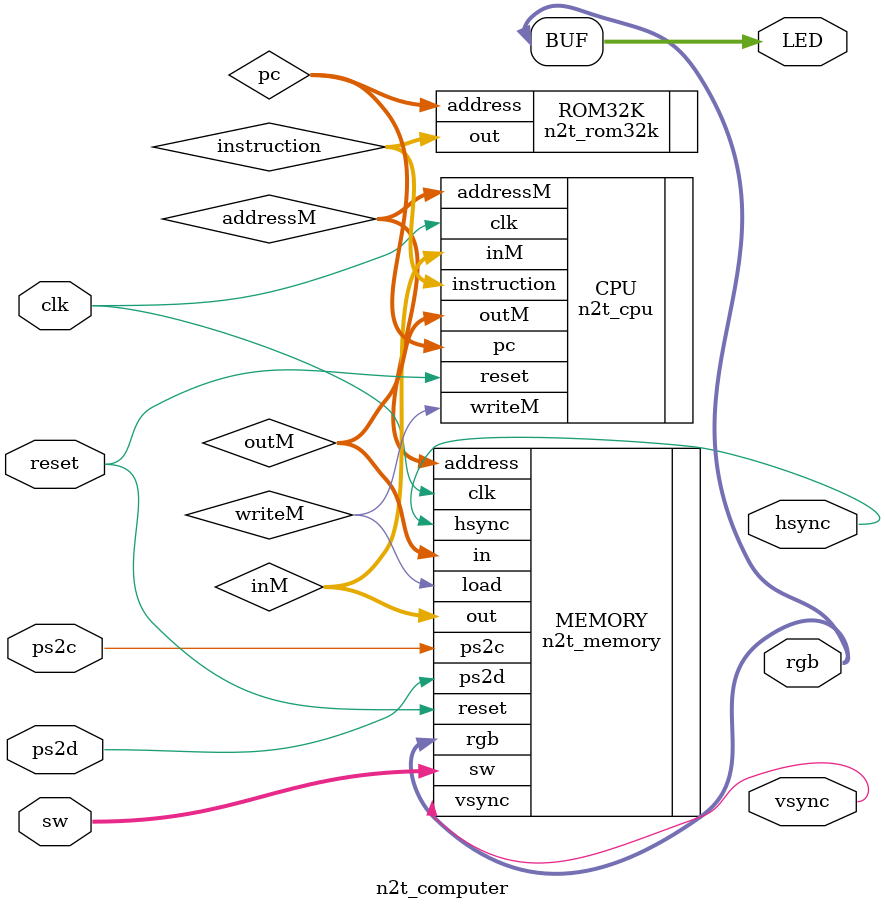
<source format=v>
module n2t_computer(hsync, vsync, rgb, LED, sw, ps2c, ps2d, reset, clk);
    output hsync, vsync;
    output [11:0] rgb;
    output [11:0] LED;
    
    input [11:0] sw;
    input ps2c, ps2d, reset, clk; 

    wire [15:0] instruction, pc, outM, inM;
    wire [14:0] addressM;
    wire writeM;
    
    //
    
    
    assign LED = rgb;
    
    n2t_rom32k ROM32K(.out(instruction), .address(pc));
    
    
    n2t_cpu CPU(.outM(outM), .writeM(writeM)           , .addressM(addressM), .pc(pc), 
                .inM(inM),   .instruction(instruction), .reset(reset),       .clk(clk));
    
    n2t_memory MEMORY(.out(inM)    , .hsync(hsync)     , .vsync(vsync), .rgb(rgb)    , .in(outM), 
                      .load(writeM), .address(addressM), .sw(sw)      , .ps2c(ps2c)  , .ps2d(ps2d),          
                      .reset(reset), .clk(clk));
    
endmodule

</source>
